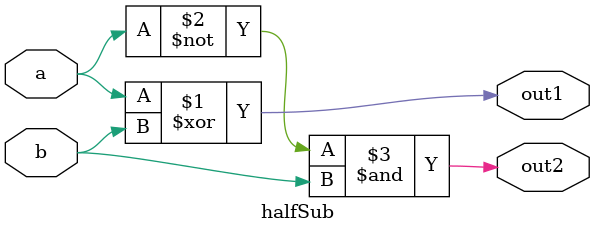
<source format=v>
`timescale 1ns / 1ps

module halfSub(
    input a, b,
    output out1, out2
);

assign out1 = a^b; // difference
assign out2 = (~a)&b; // borrow out

endmodule

</source>
